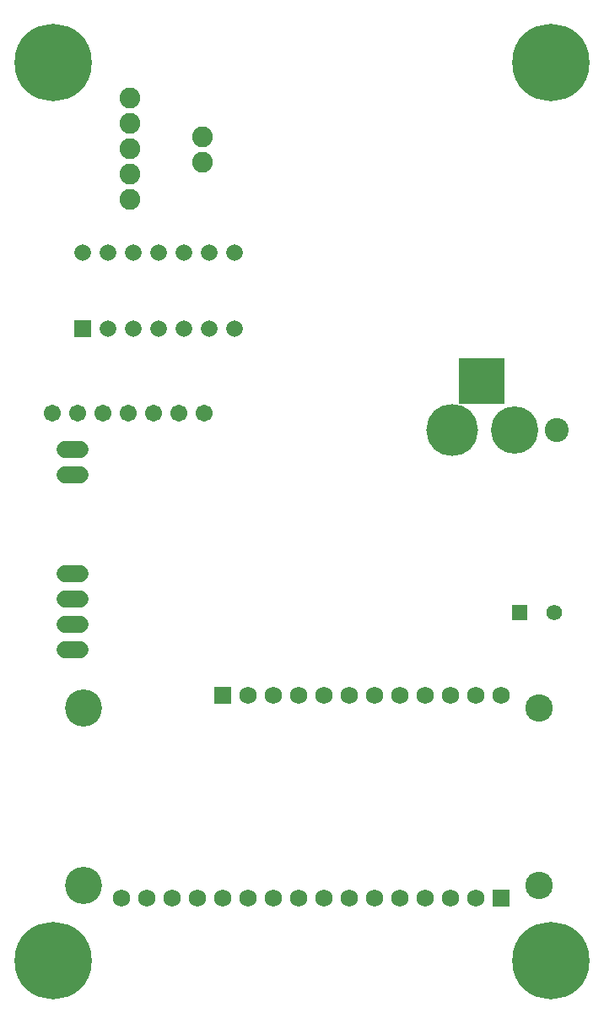
<source format=gbr>
G04 EAGLE Gerber RS-274X export*
G75*
%MOMM*%
%FSLAX34Y34*%
%LPD*%
%INSoldermask Top*%
%IPPOS*%
%AMOC8*
5,1,8,0,0,1.08239X$1,22.5*%
G01*
G04 Define Apertures*
%ADD10R,1.561200X1.561200*%
%ADD11C,1.561200*%
%ADD12C,1.711200*%
%ADD13R,4.543200X4.543200*%
%ADD14C,5.203200*%
%ADD15C,4.743200*%
%ADD16C,2.403200*%
%ADD17C,2.903200*%
%ADD18C,7.753200*%
%ADD19R,1.661200X1.661200*%
%ADD20C,1.661200*%
%ADD21C,2.082800*%
%ADD22R,1.733200X1.733200*%
%ADD23C,3.719200*%
%ADD24C,2.743200*%
%ADD25C,1.733200*%
%ADD26C,1.727200*%
D10*
X918000Y399100D03*
D11*
X953000Y399100D03*
D12*
X449138Y599258D03*
X474538Y599258D03*
X499938Y599258D03*
X525338Y599258D03*
X550738Y599258D03*
X576138Y599258D03*
X601538Y599258D03*
D13*
X880400Y630700D03*
D14*
X850900Y581700D03*
D15*
X912900Y581700D03*
D16*
X955900Y581700D03*
D17*
X450000Y50000D03*
D18*
X450000Y50000D03*
D17*
X450000Y950000D03*
D18*
X450000Y950000D03*
D17*
X950000Y50000D03*
D18*
X950000Y50000D03*
D17*
X950000Y950000D03*
D18*
X950000Y950000D03*
D19*
X479638Y683188D03*
D20*
X505038Y683188D03*
X530438Y683188D03*
X555838Y683188D03*
X581238Y683188D03*
X606638Y683188D03*
X632038Y683188D03*
X632038Y759388D03*
X606638Y759388D03*
X581238Y759388D03*
X555838Y759388D03*
X530438Y759388D03*
X505038Y759388D03*
X479638Y759388D03*
D21*
X600000Y850000D03*
X600000Y875400D03*
D22*
X899380Y113302D03*
X619980Y316502D03*
D23*
X480280Y303802D03*
X480280Y126002D03*
D24*
X937480Y126002D03*
X937480Y303802D03*
D25*
X645380Y316502D03*
X670780Y316502D03*
X696180Y316502D03*
X721580Y316502D03*
X746980Y316502D03*
X772380Y316502D03*
X797780Y316502D03*
X823180Y316502D03*
X848580Y316502D03*
X873980Y316502D03*
X899380Y316502D03*
X873980Y113302D03*
X848580Y113302D03*
X823180Y113302D03*
X797780Y113302D03*
X772380Y113302D03*
X746980Y113302D03*
X721580Y113302D03*
X696180Y113302D03*
X670780Y113302D03*
X645380Y113302D03*
X619980Y113302D03*
X594580Y113302D03*
X569180Y113302D03*
X543780Y113302D03*
X518380Y113302D03*
D26*
X477620Y361900D02*
X462380Y361900D01*
X462380Y387300D02*
X477620Y387300D01*
X477620Y412700D02*
X462380Y412700D01*
X462380Y438100D02*
X477620Y438100D01*
X477620Y537300D02*
X462380Y537300D01*
X462380Y562700D02*
X477620Y562700D01*
D21*
X526967Y813033D03*
X526967Y838433D03*
X526967Y863833D03*
X526967Y889233D03*
X526967Y914633D03*
M02*

</source>
